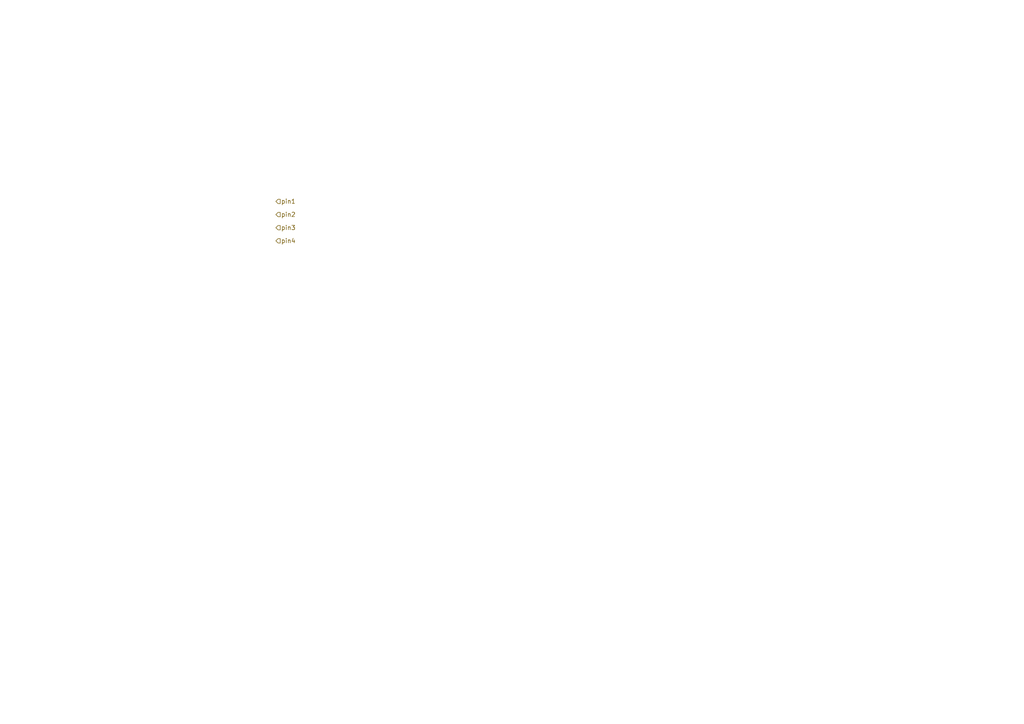
<source format=kicad_sch>
(kicad_sch
	(version 20231120)
	(generator "eeschema")
	(generator_version "8.0")
	(uuid "a99e8f2f-8e46-4b83-965d-d349c1c5a396")
	(paper "A4")
	(title_block
		(rev "V1")
		(company "EcoCar")
	)
	(lib_symbols)
	(hierarchical_label "pin1"
		(shape input)
		(at 80.01 58.42 0)
		(fields_autoplaced yes)
		(effects
			(font
				(size 1.27 1.27)
			)
			(justify left)
		)
		(uuid "1aa5b62a-964f-4eb8-aa7d-4ab03188dc07")
	)
	(hierarchical_label "pin3"
		(shape input)
		(at 80.01 66.04 0)
		(fields_autoplaced yes)
		(effects
			(font
				(size 1.27 1.27)
			)
			(justify left)
		)
		(uuid "5806476b-b6d1-492c-bdc9-58244027a791")
	)
	(hierarchical_label "pin4"
		(shape input)
		(at 80.01 69.85 0)
		(fields_autoplaced yes)
		(effects
			(font
				(size 1.27 1.27)
			)
			(justify left)
		)
		(uuid "c0fa88eb-2217-426e-8655-98b94484b6af")
	)
	(hierarchical_label "pin2"
		(shape input)
		(at 80.01 62.23 0)
		(fields_autoplaced yes)
		(effects
			(font
				(size 1.27 1.27)
			)
			(justify left)
		)
		(uuid "c933b2f4-dec0-4ad9-a753-5fdde0a76c07")
	)
)

</source>
